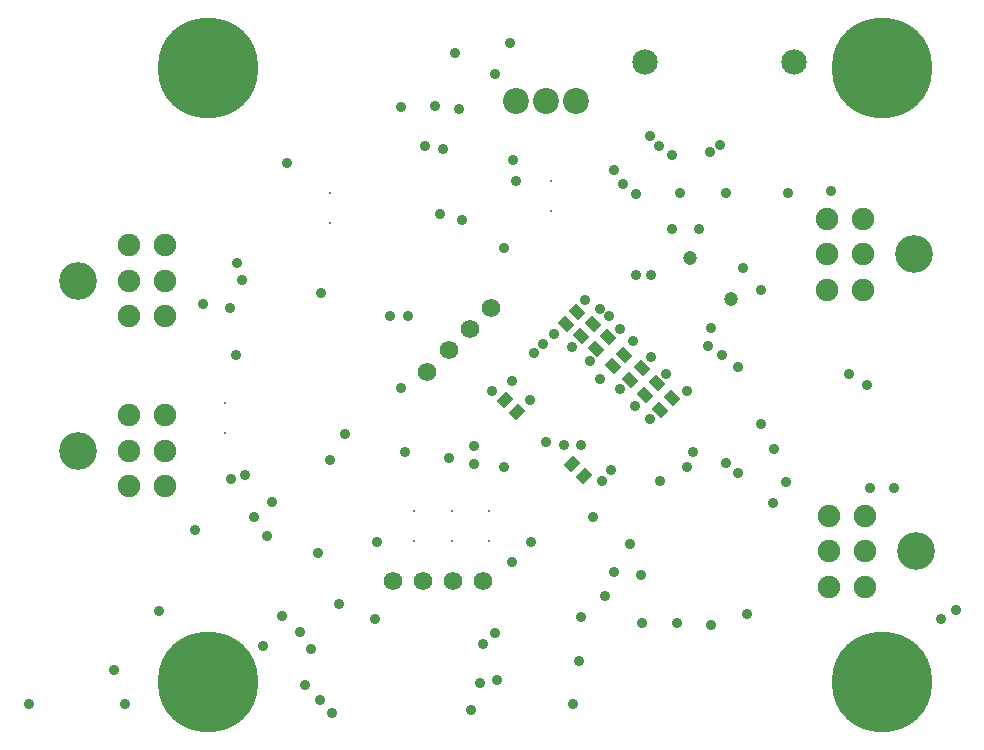
<source format=gbs>
G04 Layer_Color=16711935*
%FSLAX44Y44*%
%MOMM*%
G71*
G01*
G75*
G04:AMPARAMS|DCode=62|XSize=1.1mm|YSize=0.9mm|CornerRadius=0mm|HoleSize=0mm|Usage=FLASHONLY|Rotation=135.000|XOffset=0mm|YOffset=0mm|HoleType=Round|Shape=Rectangle|*
%AMROTATEDRECTD62*
4,1,4,0.7071,-0.0707,0.0707,-0.7071,-0.7071,0.0707,-0.0707,0.7071,0.7071,-0.0707,0.0*
%
%ADD62ROTATEDRECTD62*%

G04:AMPARAMS|DCode=63|XSize=1.1mm|YSize=0.9mm|CornerRadius=0mm|HoleSize=0mm|Usage=FLASHONLY|Rotation=225.000|XOffset=0mm|YOffset=0mm|HoleType=Round|Shape=Rectangle|*
%AMROTATEDRECTD63*
4,1,4,0.0707,0.7071,0.7071,0.0707,-0.0707,-0.7071,-0.7071,-0.0707,0.0707,0.7071,0.0*
%
%ADD63ROTATEDRECTD63*%

%ADD68C,1.2000*%
%ADD69C,2.2000*%
%ADD70C,2.1500*%
%ADD71C,2.1532*%
%ADD72C,1.5716*%
%ADD73C,1.9000*%
%ADD74C,3.2000*%
%ADD75C,8.5000*%
%ADD76C,0.9000*%
%ADD77C,0.2000*%
D62*
X1029940Y652971D02*
D03*
X1039839Y662871D02*
D03*
X975878Y703208D02*
D03*
X985777Y713108D02*
D03*
X988578Y691778D02*
D03*
X998477Y701677D02*
D03*
X1002290Y677170D02*
D03*
X1012190Y687070D02*
D03*
X1042512Y640399D02*
D03*
X1052412Y650298D02*
D03*
X962588Y713139D02*
D03*
X972487Y723039D02*
D03*
X1017400Y665610D02*
D03*
X1027300Y675510D02*
D03*
D63*
X967870Y594230D02*
D03*
X977770Y584330D02*
D03*
X921300Y638603D02*
D03*
X911400Y648503D02*
D03*
D68*
X1067925Y768569D02*
D03*
X1102432Y734062D02*
D03*
D69*
X971550Y902060D02*
D03*
X946150D02*
D03*
X920750D02*
D03*
D70*
X1155700Y934720D02*
D03*
D71*
X1029700D02*
D03*
D72*
X842010Y495300D02*
D03*
X816610D02*
D03*
X867410D02*
D03*
X892810D02*
D03*
X863510Y690790D02*
D03*
X845549Y672829D02*
D03*
X881470Y708750D02*
D03*
X899431Y726711D02*
D03*
D73*
X1184100Y802160D02*
D03*
Y772160D02*
D03*
Y742160D02*
D03*
X1214100D02*
D03*
Y802160D02*
D03*
Y772160D02*
D03*
X623090Y719780D02*
D03*
Y749780D02*
D03*
Y779780D02*
D03*
X593090D02*
D03*
Y719780D02*
D03*
Y749780D02*
D03*
X623110Y575790D02*
D03*
Y605790D02*
D03*
Y635790D02*
D03*
X593110D02*
D03*
Y575790D02*
D03*
Y605790D02*
D03*
X1185690Y550700D02*
D03*
Y520700D02*
D03*
Y490700D02*
D03*
X1215690D02*
D03*
Y550700D02*
D03*
Y520700D02*
D03*
D74*
X1257300Y772160D02*
D03*
X549890Y749780D02*
D03*
X549910Y605790D02*
D03*
X1258890Y520700D02*
D03*
D75*
X1230000Y930000D02*
D03*
Y410000D02*
D03*
X660000D02*
D03*
Y930000D02*
D03*
D76*
X1052830Y793750D02*
D03*
X1075690D02*
D03*
X918210Y852170D02*
D03*
X920750Y834390D02*
D03*
X822960Y896620D02*
D03*
X872490Y895350D02*
D03*
X843280Y863600D02*
D03*
X858520Y861060D02*
D03*
X875030Y801370D02*
D03*
X855980Y806450D02*
D03*
X655320Y730250D02*
D03*
X678180Y726440D02*
D03*
X713740Y562610D02*
D03*
X737870Y452120D02*
D03*
X746760Y438150D02*
D03*
X508000Y391160D02*
D03*
X580390Y420370D02*
D03*
X589280Y391160D02*
D03*
X993140Y580251D02*
D03*
X722630Y466090D02*
D03*
X690880Y585470D02*
D03*
X618490Y469900D02*
D03*
X648970Y538480D02*
D03*
X741680Y407670D02*
D03*
X1000760Y589280D02*
D03*
X985520Y549910D02*
D03*
X1202690Y670560D02*
D03*
X1217930Y661670D02*
D03*
X1127760Y628650D02*
D03*
X1139190Y607060D02*
D03*
X969010Y391160D02*
D03*
X684530Y764540D02*
D03*
X688340Y750570D02*
D03*
X698500Y549910D02*
D03*
X902623Y451430D02*
D03*
X822960Y659130D02*
D03*
X802640Y528320D02*
D03*
X1098550Y595630D02*
D03*
X1108710Y586740D02*
D03*
X1137920Y561340D02*
D03*
X1008380Y708660D02*
D03*
X726440Y849630D02*
D03*
X1003300Y843280D02*
D03*
X1010920Y831850D02*
D03*
X1022350Y822960D02*
D03*
X904240Y411480D02*
D03*
X1149350Y579120D02*
D03*
X885190Y594360D02*
D03*
X946150Y613410D02*
D03*
X961390Y610870D02*
D03*
X916940Y664677D02*
D03*
X932180Y648970D02*
D03*
X935990Y688340D02*
D03*
X943610Y695960D02*
D03*
X1033780Y632460D02*
D03*
X1021080Y643890D02*
D03*
X1008380Y657860D02*
D03*
X952500Y704850D02*
D03*
X967740Y693420D02*
D03*
X982980Y681990D02*
D03*
X991870Y666750D02*
D03*
X775970Y619760D02*
D03*
X1112520Y760730D02*
D03*
X1127760Y741680D02*
D03*
X902970Y924560D02*
D03*
X915670Y951230D02*
D03*
X829310Y720090D02*
D03*
X814070D02*
D03*
X826770Y604520D02*
D03*
X763270Y598170D02*
D03*
X709930Y533400D02*
D03*
X706120Y440690D02*
D03*
X882650Y386080D02*
D03*
X975360Y464820D02*
D03*
X974090Y427990D02*
D03*
X1085850Y458470D02*
D03*
X1116330Y467360D02*
D03*
X1027430Y459740D02*
D03*
X1056640D02*
D03*
X995680Y482600D02*
D03*
X1003300Y502920D02*
D03*
X1017270Y527050D02*
D03*
X975360Y610870D02*
D03*
X1083310Y694690D02*
D03*
X1085850Y709930D02*
D03*
X1035050Y754380D02*
D03*
X1022350D02*
D03*
X1292860Y471170D02*
D03*
X1280160Y463550D02*
D03*
X1084580Y858520D02*
D03*
X1052830Y855980D02*
D03*
X1041400Y863600D02*
D03*
X1033780Y872490D02*
D03*
X1093470Y864870D02*
D03*
X755650Y739140D02*
D03*
X999661Y720090D02*
D03*
X1035050Y684702D02*
D03*
X1019810Y698500D02*
D03*
X1026160Y500380D02*
D03*
X910590Y777240D02*
D03*
X1108710Y676910D02*
D03*
X1094740Y687070D02*
D03*
X900186Y656125D02*
D03*
X979212Y733355D02*
D03*
X991784Y726171D02*
D03*
X1065422Y656125D02*
D03*
X1047462Y670493D02*
D03*
X753110Y519430D02*
D03*
X754380Y394970D02*
D03*
X764540Y383540D02*
D03*
X933450Y528320D02*
D03*
X916940Y511810D02*
D03*
X910590Y591820D02*
D03*
X885190Y609600D02*
D03*
X863600Y599440D02*
D03*
X770890Y476250D02*
D03*
X892810Y441960D02*
D03*
X890270Y408940D02*
D03*
X1065711Y591820D02*
D03*
X1042670Y580390D02*
D03*
X1070610Y604881D02*
D03*
X801370Y463550D02*
D03*
X679450Y581660D02*
D03*
X868680Y942340D02*
D03*
X851535Y897255D02*
D03*
X683188Y687141D02*
D03*
X1098550Y824230D02*
D03*
X1059180D02*
D03*
X1150620D02*
D03*
X1187450Y825500D02*
D03*
X1220470Y574040D02*
D03*
X1240790D02*
D03*
D77*
X949960Y808990D02*
D03*
Y834390D02*
D03*
X834390Y529590D02*
D03*
Y554990D02*
D03*
X866140Y529590D02*
D03*
Y554990D02*
D03*
X763270Y798830D02*
D03*
Y824230D02*
D03*
X897890Y529590D02*
D03*
Y554990D02*
D03*
X674370Y646430D02*
D03*
Y621030D02*
D03*
M02*

</source>
